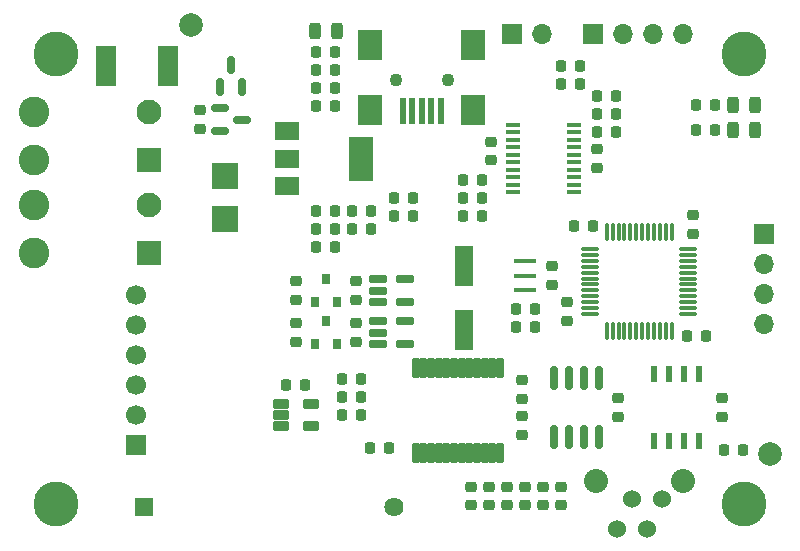
<source format=gbr>
%TF.GenerationSoftware,KiCad,Pcbnew,9.0.1*%
%TF.CreationDate,2025-05-27T12:36:52-05:00*%
%TF.ProjectId,Motor_PCB,4d6f746f-725f-4504-9342-2e6b69636164,1.2*%
%TF.SameCoordinates,Original*%
%TF.FileFunction,Soldermask,Top*%
%TF.FilePolarity,Negative*%
%FSLAX46Y46*%
G04 Gerber Fmt 4.6, Leading zero omitted, Abs format (unit mm)*
G04 Created by KiCad (PCBNEW 9.0.1) date 2025-05-27 12:36:52*
%MOMM*%
%LPD*%
G01*
G04 APERTURE LIST*
G04 Aperture macros list*
%AMRoundRect*
0 Rectangle with rounded corners*
0 $1 Rounding radius*
0 $2 $3 $4 $5 $6 $7 $8 $9 X,Y pos of 4 corners*
0 Add a 4 corners polygon primitive as box body*
4,1,4,$2,$3,$4,$5,$6,$7,$8,$9,$2,$3,0*
0 Add four circle primitives for the rounded corners*
1,1,$1+$1,$2,$3*
1,1,$1+$1,$4,$5*
1,1,$1+$1,$6,$7*
1,1,$1+$1,$8,$9*
0 Add four rect primitives between the rounded corners*
20,1,$1+$1,$2,$3,$4,$5,0*
20,1,$1+$1,$4,$5,$6,$7,0*
20,1,$1+$1,$6,$7,$8,$9,0*
20,1,$1+$1,$8,$9,$2,$3,0*%
G04 Aperture macros list end*
%ADD10R,1.700000X1.700000*%
%ADD11C,1.700000*%
%ADD12RoundRect,0.218750X-0.256250X0.218750X-0.256250X-0.218750X0.256250X-0.218750X0.256250X0.218750X0*%
%ADD13C,2.600000*%
%ADD14RoundRect,0.249900X-0.800100X0.800100X-0.800100X-0.800100X0.800100X-0.800100X0.800100X0.800100X0*%
%ADD15C,2.100000*%
%ADD16C,3.810000*%
%ADD17RoundRect,0.218750X0.256250X-0.218750X0.256250X0.218750X-0.256250X0.218750X-0.256250X-0.218750X0*%
%ADD18RoundRect,0.150000X0.150000X-0.587500X0.150000X0.587500X-0.150000X0.587500X-0.150000X-0.587500X0*%
%ADD19RoundRect,0.218750X0.218750X0.256250X-0.218750X0.256250X-0.218750X-0.256250X0.218750X-0.256250X0*%
%ADD20O,1.700000X1.700000*%
%ADD21R,0.800000X0.900000*%
%ADD22RoundRect,0.218750X-0.218750X-0.256250X0.218750X-0.256250X0.218750X0.256250X-0.218750X0.256250X0*%
%ADD23R,2.184400X2.184400*%
%ADD24RoundRect,0.119100X-0.587900X-0.277900X0.587900X-0.277900X0.587900X0.277900X-0.587900X0.277900X0*%
%ADD25RoundRect,0.243750X-0.243750X-0.456250X0.243750X-0.456250X0.243750X0.456250X-0.243750X0.456250X0*%
%ADD26C,2.000000*%
%ADD27RoundRect,0.102000X-0.200000X-0.750000X0.200000X-0.750000X0.200000X0.750000X-0.200000X0.750000X0*%
%ADD28RoundRect,0.243750X0.243750X0.456250X-0.243750X0.456250X-0.243750X-0.456250X0.243750X-0.456250X0*%
%ADD29R,1.600000X3.500000*%
%ADD30RoundRect,0.150000X-0.587500X-0.150000X0.587500X-0.150000X0.587500X0.150000X-0.587500X0.150000X0*%
%ADD31RoundRect,0.150000X-0.150000X0.825000X-0.150000X-0.825000X0.150000X-0.825000X0.150000X0.825000X0*%
%ADD32RoundRect,0.150000X-0.650000X-0.150000X0.650000X-0.150000X0.650000X0.150000X-0.650000X0.150000X0*%
%ADD33R,2.000000X1.500000*%
%ADD34R,2.000000X3.800000*%
%ADD35R,1.625600X1.625600*%
%ADD36C,1.625600*%
%ADD37R,1.900000X0.400000*%
%ADD38R,1.778000X3.505200*%
%ADD39C,1.100000*%
%ADD40R,0.500000X2.300000*%
%ADD41R,2.000000X2.500000*%
%ADD42R,0.558800X1.447800*%
%ADD43C,2.032000*%
%ADD44C,1.524000*%
%ADD45RoundRect,0.075000X-0.662500X-0.075000X0.662500X-0.075000X0.662500X0.075000X-0.662500X0.075000X0*%
%ADD46RoundRect,0.075000X-0.075000X-0.662500X0.075000X-0.662500X0.075000X0.662500X-0.075000X0.662500X0*%
%ADD47R,1.200000X0.400000*%
G04 APERTURE END LIST*
D10*
%TO.C,J3*%
X118558000Y-105537000D03*
D11*
X118558000Y-102997000D03*
X118558000Y-100457000D03*
X118558000Y-97917000D03*
X118558000Y-95377000D03*
X118558000Y-92837000D03*
%TD*%
D12*
%TO.C,R3*%
X123951999Y-77190500D03*
X123951999Y-78765500D03*
%TD*%
D13*
%TO.C,J2*%
X109956000Y-77357000D03*
X109956000Y-81393000D03*
D14*
X119656000Y-81393000D03*
D15*
X119656000Y-77357000D03*
%TD*%
D16*
%TO.C,H4*%
X170052998Y-110489999D03*
%TD*%
D17*
%TO.C,R7*%
X137159999Y-93243500D03*
X137159999Y-91668500D03*
%TD*%
D18*
%TO.C,Q1*%
X125668999Y-75232500D03*
X127568999Y-75232500D03*
X126618999Y-73357500D03*
%TD*%
D19*
%TO.C,C16*%
X152298499Y-95504000D03*
X150723499Y-95504000D03*
%TD*%
D17*
%TO.C,C24*%
X155066999Y-95021500D03*
X155066999Y-93446500D03*
%TD*%
D10*
%TO.C,J5*%
X150362999Y-70739000D03*
D20*
X152902999Y-70739000D03*
%TD*%
D21*
%TO.C,Q3*%
X133669999Y-93456000D03*
X135569999Y-93456000D03*
X134619999Y-91456000D03*
%TD*%
D22*
%TO.C,C3*%
X133832499Y-76835000D03*
X135407499Y-76835000D03*
%TD*%
D19*
%TO.C,C20*%
X156108499Y-74930000D03*
X154533499Y-74930000D03*
%TD*%
D23*
%TO.C,D2*%
X126111000Y-82727800D03*
X126111000Y-86436200D03*
%TD*%
D22*
%TO.C,R23*%
X157581499Y-78994000D03*
X159156499Y-78994000D03*
%TD*%
D12*
%TO.C,R30*%
X153796999Y-90398500D03*
X153796999Y-91973500D03*
%TD*%
D22*
%TO.C,C2*%
X133832499Y-75311000D03*
X135407499Y-75311000D03*
%TD*%
D24*
%TO.C,U5*%
X130824999Y-102047000D03*
X130824999Y-102997000D03*
X130824999Y-103947000D03*
X133334999Y-103947000D03*
X133334999Y-102047000D03*
%TD*%
D25*
%TO.C,D4*%
X169115499Y-78867000D03*
X170990499Y-78867000D03*
%TD*%
D22*
%TO.C,C1*%
X133832499Y-73787000D03*
X135407499Y-73787000D03*
%TD*%
D26*
%TO.C,FID1*%
X123189999Y-69977000D03*
%TD*%
D27*
%TO.C,U2*%
X142220999Y-106241000D03*
X142870999Y-106241000D03*
X143520999Y-106241000D03*
X144170999Y-106241000D03*
X144820999Y-106241000D03*
X145470999Y-106241000D03*
X146120999Y-106241000D03*
X146770999Y-106241000D03*
X147420999Y-106241000D03*
X148070999Y-106241000D03*
X148720999Y-106241000D03*
X149370999Y-106241000D03*
X149370999Y-98991000D03*
X148720999Y-98991000D03*
X148070999Y-98991000D03*
X147420999Y-98991000D03*
X146770999Y-98991000D03*
X146120999Y-98991000D03*
X145470999Y-98991000D03*
X144820999Y-98991000D03*
X144170999Y-98991000D03*
X143520999Y-98991000D03*
X142870999Y-98991000D03*
X142220999Y-98991000D03*
%TD*%
D28*
%TO.C,C13*%
X135557499Y-70485000D03*
X133682499Y-70485000D03*
%TD*%
D12*
%TO.C,R5*%
X132079999Y-91668500D03*
X132079999Y-93243500D03*
%TD*%
D26*
%TO.C,FID2*%
X172211999Y-106299000D03*
%TD*%
D22*
%TO.C,R9*%
X135991499Y-102997000D03*
X137566499Y-102997000D03*
%TD*%
D17*
%TO.C,R6*%
X137159999Y-96799500D03*
X137159999Y-95224500D03*
%TD*%
D12*
%TO.C,R13*%
X153034999Y-109067500D03*
X153034999Y-110642500D03*
%TD*%
%TO.C,C18*%
X157606999Y-80492500D03*
X157606999Y-82067500D03*
%TD*%
D17*
%TO.C,C17*%
X148589999Y-81432500D03*
X148589999Y-79857500D03*
%TD*%
D29*
%TO.C,C8*%
X146303999Y-95791000D03*
X146303999Y-90391000D03*
%TD*%
D19*
%TO.C,C14*%
X142011499Y-84582000D03*
X140436499Y-84582000D03*
%TD*%
D25*
%TO.C,D3*%
X169115499Y-76708000D03*
X170990499Y-76708000D03*
%TD*%
D22*
%TO.C,R27*%
X165963499Y-78867000D03*
X167538499Y-78867000D03*
%TD*%
D17*
%TO.C,C12*%
X159384999Y-103149500D03*
X159384999Y-101574500D03*
%TD*%
%TO.C,C19*%
X168147999Y-103149500D03*
X168147999Y-101574500D03*
%TD*%
D19*
%TO.C,R29*%
X156108499Y-73406000D03*
X154533499Y-73406000D03*
%TD*%
D12*
%TO.C,R14*%
X149986999Y-109067500D03*
X149986999Y-110642500D03*
%TD*%
D19*
%TO.C,C10*%
X137566499Y-99949000D03*
X135991499Y-99949000D03*
%TD*%
D22*
%TO.C,C23*%
X165201499Y-96266000D03*
X166776499Y-96266000D03*
%TD*%
%TO.C,C6*%
X133832499Y-88773000D03*
X135407499Y-88773000D03*
%TD*%
%TO.C,R24*%
X157581499Y-77470000D03*
X159156499Y-77470000D03*
%TD*%
D17*
%TO.C,C21*%
X165734999Y-87655500D03*
X165734999Y-86080500D03*
%TD*%
D30*
%TO.C,D1*%
X125681499Y-78928000D03*
X125681499Y-77028000D03*
X127556499Y-77978000D03*
%TD*%
D31*
%TO.C,U6*%
X157733999Y-99887000D03*
X156463999Y-99887000D03*
X155193999Y-99887000D03*
X153923999Y-99887000D03*
X153923999Y-104837000D03*
X155193999Y-104837000D03*
X156463999Y-104837000D03*
X157733999Y-104837000D03*
%TD*%
D19*
%TO.C,R22*%
X147853499Y-83058000D03*
X146278499Y-83058000D03*
%TD*%
%TO.C,R18*%
X135407499Y-72263000D03*
X133832499Y-72263000D03*
%TD*%
D17*
%TO.C,R17*%
X151510999Y-110642500D03*
X151510999Y-109067500D03*
%TD*%
D19*
%TO.C,C11*%
X132867499Y-100457000D03*
X131292499Y-100457000D03*
%TD*%
D16*
%TO.C,H3*%
X111759999Y-110489999D03*
%TD*%
D32*
%TO.C,U4*%
X139057999Y-91506000D03*
X139057999Y-92456000D03*
X139057999Y-93406000D03*
X141357999Y-93406000D03*
X141357999Y-91506000D03*
%TD*%
D22*
%TO.C,R28*%
X168376499Y-105918000D03*
X169951499Y-105918000D03*
%TD*%
%TO.C,R19*%
X150723499Y-93980000D03*
X152298499Y-93980000D03*
%TD*%
%TO.C,R26*%
X165963499Y-76708000D03*
X167538499Y-76708000D03*
%TD*%
%TO.C,R20*%
X146278499Y-84582000D03*
X147853499Y-84582000D03*
%TD*%
D33*
%TO.C,U1*%
X131342999Y-78980000D03*
X131342999Y-81280000D03*
D34*
X137642999Y-81280000D03*
D33*
X131342999Y-83580000D03*
%TD*%
D22*
%TO.C,R2*%
X136880499Y-87249000D03*
X138455499Y-87249000D03*
%TD*%
D35*
%TO.C,R10*%
X119252999Y-110744000D03*
D36*
X140436599Y-110744000D03*
%TD*%
D12*
%TO.C,R16*%
X154558999Y-109067500D03*
X154558999Y-110642500D03*
%TD*%
D13*
%TO.C,J1*%
X109956000Y-85231000D03*
X109956000Y-89267000D03*
D14*
X119656000Y-89267000D03*
D15*
X119656000Y-85231000D03*
%TD*%
D22*
%TO.C,C4*%
X133832499Y-85725000D03*
X135407499Y-85725000D03*
%TD*%
D17*
%TO.C,R15*%
X146938999Y-110642500D03*
X146938999Y-109067500D03*
%TD*%
D37*
%TO.C,Y1*%
X151510999Y-89986000D03*
X151510999Y-91186000D03*
X151510999Y-92386000D03*
%TD*%
D16*
%TO.C,H2*%
X170052998Y-72389999D03*
%TD*%
D22*
%TO.C,R21*%
X146278499Y-86106000D03*
X147853499Y-86106000D03*
%TD*%
%TO.C,R25*%
X157581499Y-75946000D03*
X159156499Y-75946000D03*
%TD*%
D38*
%TO.C,F1*%
X116001799Y-73406000D03*
X121234199Y-73406000D03*
%TD*%
D17*
%TO.C,C7*%
X151256999Y-104673500D03*
X151256999Y-103098500D03*
%TD*%
%TO.C,C9*%
X151256999Y-101625500D03*
X151256999Y-100050500D03*
%TD*%
D32*
%TO.C,U3*%
X139057999Y-95062000D03*
X139057999Y-96012000D03*
X139057999Y-96962000D03*
X141357999Y-96962000D03*
X141357999Y-95062000D03*
%TD*%
D12*
%TO.C,R4*%
X132079999Y-95224500D03*
X132079999Y-96799500D03*
%TD*%
%TO.C,R12*%
X148462999Y-109067500D03*
X148462999Y-110642500D03*
%TD*%
D16*
%TO.C,H1*%
X111759999Y-72389999D03*
%TD*%
D22*
%TO.C,C5*%
X133832499Y-87249000D03*
X135407499Y-87249000D03*
%TD*%
D10*
%TO.C,J6*%
X157225999Y-70739000D03*
D20*
X159765999Y-70739000D03*
X162305999Y-70739000D03*
X164845999Y-70739000D03*
%TD*%
D19*
%TO.C,C15*%
X142011499Y-86106000D03*
X140436499Y-86106000D03*
%TD*%
D22*
%TO.C,R8*%
X138404499Y-105791000D03*
X139979499Y-105791000D03*
%TD*%
D39*
%TO.C,J4*%
X144947999Y-74648000D03*
X140547999Y-74648000D03*
D40*
X144347999Y-77248000D03*
X143547999Y-77248000D03*
X142747999Y-77248000D03*
X141947999Y-77248000D03*
X141147999Y-77248000D03*
D41*
X147097999Y-71648000D03*
X147097999Y-77148000D03*
X138397999Y-71648000D03*
X138397999Y-77148000D03*
%TD*%
D42*
%TO.C,U8*%
X166242999Y-99529900D03*
X164972999Y-99529900D03*
X163702999Y-99529900D03*
X162432999Y-99529900D03*
X162432999Y-105194100D03*
X163702999Y-105194100D03*
X164972999Y-105194100D03*
X166242999Y-105194100D03*
%TD*%
D22*
%TO.C,R1*%
X136880499Y-85725000D03*
X138455499Y-85725000D03*
%TD*%
D10*
%TO.C,J8*%
X171703999Y-87639999D03*
D20*
X171703999Y-90179999D03*
X171703999Y-92719999D03*
X171703999Y-95259999D03*
%TD*%
D43*
%TO.C,J7*%
X157479570Y-108623100D03*
X164889570Y-108623100D03*
D44*
X163092970Y-110096300D03*
X161822970Y-112636300D03*
X160552970Y-110096300D03*
X159282970Y-112636300D03*
%TD*%
D21*
%TO.C,Q2*%
X133669999Y-97012000D03*
X135569999Y-97012000D03*
X134619999Y-95012000D03*
%TD*%
D19*
%TO.C,C22*%
X157251499Y-86995000D03*
X155676499Y-86995000D03*
%TD*%
D22*
%TO.C,R11*%
X135991499Y-101473000D03*
X137566499Y-101473000D03*
%TD*%
D45*
%TO.C,U9*%
X157000499Y-88944000D03*
X157000499Y-89444000D03*
X157000499Y-89944000D03*
X157000499Y-90444000D03*
X157000499Y-90944000D03*
X157000499Y-91444000D03*
X157000499Y-91944000D03*
X157000499Y-92444000D03*
X157000499Y-92944000D03*
X157000499Y-93444000D03*
X157000499Y-93944000D03*
X157000499Y-94444000D03*
D46*
X158412999Y-95856500D03*
X158912999Y-95856500D03*
X159412999Y-95856500D03*
X159912999Y-95856500D03*
X160412999Y-95856500D03*
X160912999Y-95856500D03*
X161412999Y-95856500D03*
X161912999Y-95856500D03*
X162412999Y-95856500D03*
X162912999Y-95856500D03*
X163412999Y-95856500D03*
X163912999Y-95856500D03*
D45*
X165325499Y-94444000D03*
X165325499Y-93944000D03*
X165325499Y-93444000D03*
X165325499Y-92944000D03*
X165325499Y-92444000D03*
X165325499Y-91944000D03*
X165325499Y-91444000D03*
X165325499Y-90944000D03*
X165325499Y-90444000D03*
X165325499Y-89944000D03*
X165325499Y-89444000D03*
X165325499Y-88944000D03*
D46*
X163912999Y-87531500D03*
X163412999Y-87531500D03*
X162912999Y-87531500D03*
X162412999Y-87531500D03*
X161912999Y-87531500D03*
X161412999Y-87531500D03*
X160912999Y-87531500D03*
X160412999Y-87531500D03*
X159912999Y-87531500D03*
X159412999Y-87531500D03*
X158912999Y-87531500D03*
X158412999Y-87531500D03*
%TD*%
D47*
%TO.C,U7*%
X150434999Y-78422500D03*
X150434999Y-79057500D03*
X150434999Y-79692500D03*
X150434999Y-80327500D03*
X150434999Y-80962500D03*
X150434999Y-81597500D03*
X150434999Y-82232500D03*
X150434999Y-82867500D03*
X150434999Y-83502500D03*
X150434999Y-84137500D03*
X155634999Y-84137500D03*
X155634999Y-83502500D03*
X155634999Y-82867500D03*
X155634999Y-82232500D03*
X155634999Y-81597500D03*
X155634999Y-80962500D03*
X155634999Y-80327500D03*
X155634999Y-79692500D03*
X155634999Y-79057500D03*
X155634999Y-78422500D03*
%TD*%
M02*

</source>
